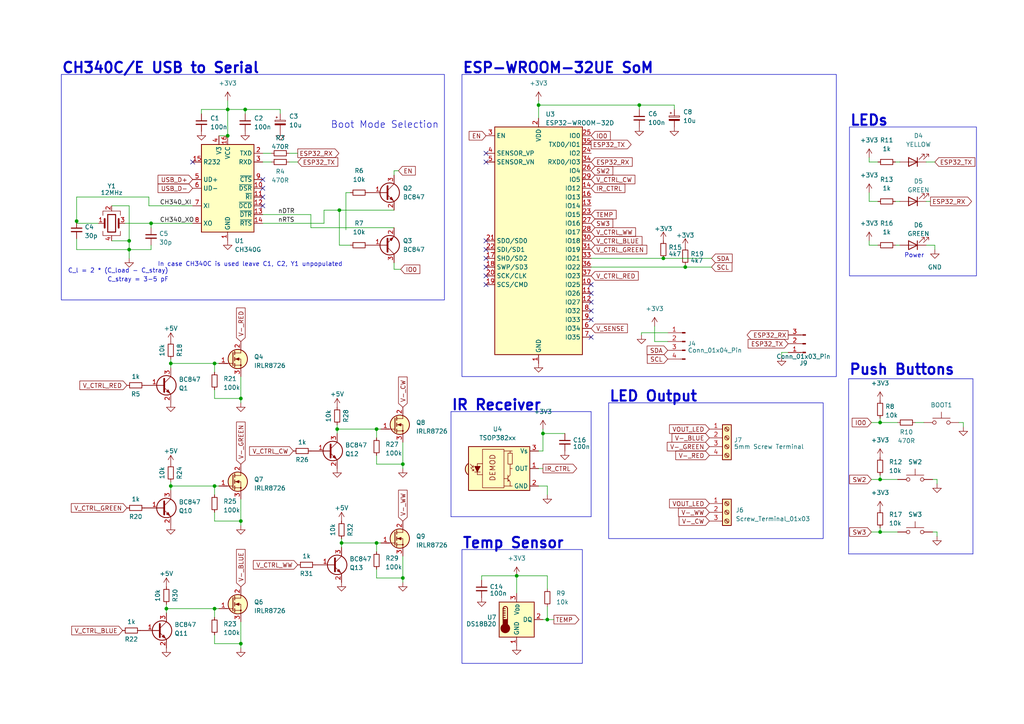
<source format=kicad_sch>
(kicad_sch (version 20230121) (generator eeschema)
  (paper "A4")
  (title_block (title "LuminX PWM") (date "2023-11-17") (rev "1.1") (company "Michael Gross") (comment 1 "General purpose PWM LED Driver Board"))
  (junction (at 37.465 72.39))
  (junction (at 69.85 115.57))
  (junction (at 22.225 64.135))
  (junction (at 62.23 105.41))
  (junction (at 158.75 179.705))
  (junction (at 37.465 69.85))
  (junction (at 62.23 176.53))
  (junction (at 255.27 154.305))
  (junction (at 198.755 77.47))
  (junction (at 71.12 31.75))
  (junction (at 97.79 124.46))
  (junction (at 98.425 60.96))
  (junction (at 116.84 134.62))
  (junction (at 149.86 167.005))
  (junction (at 49.53 140.97))
  (junction (at 109.22 157.48))
  (junction (at 192.405 74.93))
  (junction (at 69.85 151.13))
  (junction (at 255.27 139.065))
  (junction (at 157.48 125.73))
  (junction (at 109.22 124.46))
  (junction (at 116.84 167.64))
  (junction (at 48.26 176.53))
  (junction (at 99.06 157.48))
  (junction (at 43.815 64.77))
  (junction (at 62.23 140.97))
  (junction (at 255.27 122.555))
  (junction (at 66.04 39.37))
  (junction (at 66.04 31.75))
  (junction (at 49.53 105.41))
  (junction (at 156.21 30.48))
  (junction (at 69.85 186.69))
  (junction (at 185.42 30.48))
  (no_connect (at 76.2 59.69))
  (no_connect (at 76.2 52.07))
  (no_connect (at 171.45 82.55))
  (no_connect (at 55.88 46.99))
  (no_connect (at 171.45 92.71))
  (no_connect (at 140.97 69.85))
  (no_connect (at 140.97 72.39))
  (no_connect (at 140.97 82.55))
  (no_connect (at 76.2 57.15))
  (no_connect (at 171.45 90.17))
  (no_connect (at 140.97 46.99))
  (no_connect (at 140.97 80.01))
  (no_connect (at 171.45 87.63))
  (no_connect (at 140.97 44.45))
  (no_connect (at 171.45 85.09))
  (no_connect (at 76.2 54.61))
  (no_connect (at 140.97 77.47))
  (no_connect (at 171.45 97.79))
  (no_connect (at 140.97 74.93))
  (wire (pts (xy 252.095 46.99) (xy 252.095 45.72)))
  (wire (pts (xy 81.28 31.75) (xy 81.28 33.02)))
  (wire (pts (xy 268.605 58.42) (xy 269.875 58.42)))
  (wire (pts (xy 193.675 96.52) (xy 186.055 96.52)))
  (wire (pts (xy 255.27 139.065) (xy 260.35 139.065)))
  (wire (pts (xy 116.84 167.64) (xy 116.84 168.91)))
  (wire (pts (xy 58.42 31.75) (xy 66.04 31.75)))
  (wire (pts (xy 62.23 186.69) (xy 69.85 186.69)))
  (wire (pts (xy 156.21 29.21) (xy 156.21 30.48)))
  (wire (pts (xy 259.715 46.99) (xy 260.985 46.99)))
  (wire (pts (xy 195.58 30.48) (xy 185.42 30.48)))
  (wire (pts (xy 101.6 71.12) (xy 98.425 71.12)))
  (wire (pts (xy 115.57 49.53) (xy 114.3 49.53)))
  (wire (pts (xy 255.27 137.795) (xy 255.27 139.065)))
  (polyline (pts (xy 246.126 109.855) (xy 246.126 160.655)))
  (wire (pts (xy 157.48 135.89) (xy 156.21 135.89)))
  (wire (pts (xy 62.23 105.41) (xy 63.5 105.41)))
  (wire (pts (xy 83.82 44.45) (xy 86.36 44.45)))
  (wire (pts (xy 157.48 125.73) (xy 157.48 130.81)))
  (wire (pts (xy 139.7 168.275) (xy 139.7 167.005)))
  (wire (pts (xy 156.21 130.81) (xy 157.48 130.81)))
  (wire (pts (xy 37.465 72.39) (xy 37.465 74.93)))
  (wire (pts (xy 109.22 157.48) (xy 109.22 160.02)))
  (wire (pts (xy 69.85 186.69) (xy 69.85 180.34)))
  (wire (pts (xy 48.26 176.53) (xy 48.26 177.8)))
  (wire (pts (xy 109.22 157.48) (xy 110.49 157.48)))
  (wire (pts (xy 62.23 176.53) (xy 63.5 176.53)))
  (wire (pts (xy 98.425 71.12) (xy 98.425 60.96)))
  (wire (pts (xy 97.79 124.46) (xy 109.22 124.46)))
  (wire (pts (xy 139.7 167.005) (xy 149.86 167.005)))
  (wire (pts (xy 109.22 167.64) (xy 116.84 167.64)))
  (wire (pts (xy 98.425 60.96) (xy 114.3 60.96)))
  (wire (pts (xy 83.82 46.99) (xy 86.36 46.99)))
  (wire (pts (xy 43.815 72.39) (xy 43.815 71.12)))
  (wire (pts (xy 49.53 140.97) (xy 49.53 142.24)))
  (wire (pts (xy 43.18 59.69) (xy 55.88 59.69)))
  (wire (pts (xy 69.85 186.69) (xy 69.85 187.96)))
  (wire (pts (xy 100.33 55.88) (xy 100.33 66.675)))
  (wire (pts (xy 228.6 102.235) (xy 226.695 102.235)))
  (wire (pts (xy 43.815 64.77) (xy 43.815 66.04)))
  (wire (pts (xy 62.23 113.03) (xy 62.23 115.57)))
  (wire (pts (xy 158.75 179.705) (xy 157.48 179.705)))
  (wire (pts (xy 109.22 124.46) (xy 110.49 124.46)))
  (wire (pts (xy 171.45 74.93) (xy 192.405 74.93)))
  (wire (pts (xy 90.17 66.04) (xy 114.3 66.04)))
  (wire (pts (xy 268.605 71.12) (xy 271.145 71.12)))
  (wire (pts (xy 156.21 140.97) (xy 158.75 140.97)))
  (wire (pts (xy 76.2 64.77) (xy 93.98 64.77)))
  (wire (pts (xy 198.755 76.835) (xy 198.755 77.47)))
  (wire (pts (xy 22.225 64.77) (xy 22.225 64.135)))
  (wire (pts (xy 255.27 153.035) (xy 255.27 154.305)))
  (wire (pts (xy 226.695 102.235) (xy 226.695 103.505)))
  (wire (pts (xy 99.06 157.48) (xy 109.22 157.48)))
  (wire (pts (xy 32.385 69.85) (xy 37.465 69.85)))
  (wire (pts (xy 43.18 59.69) (xy 43.18 57.15)))
  (wire (pts (xy 116.205 78.105) (xy 114.3 78.105)))
  (wire (pts (xy 48.26 176.53) (xy 62.23 176.53)))
  (wire (pts (xy 97.79 124.46) (xy 97.79 125.73)))
  (wire (pts (xy 93.98 64.77) (xy 93.98 60.96)))
  (polyline (pts (xy 130.81 119.38) (xy 171.45 119.38)))
  (wire (pts (xy 252.73 154.305) (xy 255.27 154.305)))
  (wire (pts (xy 116.84 134.62) (xy 116.84 135.89)))
  (wire (pts (xy 265.43 122.555) (xy 267.97 122.555)))
  (polyline (pts (xy 171.45 119.38) (xy 171.45 149.86)))
  (wire (pts (xy 158.75 140.97) (xy 158.75 143.51)))
  (wire (pts (xy 109.22 134.62) (xy 116.84 134.62)))
  (wire (pts (xy 62.23 148.59) (xy 62.23 151.13)))
  (wire (pts (xy 69.85 115.57) (xy 69.85 109.22)))
  (wire (pts (xy 109.22 165.1) (xy 109.22 167.64)))
  (wire (pts (xy 99.06 157.48) (xy 99.06 158.75)))
  (wire (pts (xy 43.18 57.15) (xy 22.225 57.15)))
  (wire (pts (xy 158.75 170.815) (xy 158.75 167.005)))
  (wire (pts (xy 49.53 139.7) (xy 49.53 140.97)))
  (wire (pts (xy 114.3 49.53) (xy 114.3 50.8)))
  (wire (pts (xy 62.23 105.41) (xy 62.23 107.95)))
  (wire (pts (xy 32.385 59.69) (xy 37.465 59.69)))
  (wire (pts (xy 279.4 122.555) (xy 278.13 122.555)))
  (wire (pts (xy 116.84 167.64) (xy 116.84 161.29)))
  (wire (pts (xy 254.635 71.12) (xy 252.095 71.12)))
  (wire (pts (xy 69.85 115.57) (xy 69.85 116.84)))
  (wire (pts (xy 171.45 77.47) (xy 198.755 77.47)))
  (wire (pts (xy 37.465 69.85) (xy 37.465 72.39)))
  (wire (pts (xy 206.375 77.47) (xy 198.755 77.47)))
  (wire (pts (xy 189.865 99.06) (xy 189.865 94.615)))
  (wire (pts (xy 76.2 62.23) (xy 90.17 62.23)))
  (wire (pts (xy 185.42 31.75) (xy 185.42 30.48)))
  (wire (pts (xy 271.145 71.12) (xy 271.145 72.39)))
  (wire (pts (xy 49.53 104.14) (xy 49.53 105.41)))
  (wire (pts (xy 158.75 179.705) (xy 160.655 179.705)))
  (wire (pts (xy 101.6 55.88) (xy 100.33 55.88)))
  (polyline (pts (xy 282.194 160.655) (xy 282.194 109.855)))
  (wire (pts (xy 76.2 44.45) (xy 78.74 44.45)))
  (wire (pts (xy 195.58 31.75) (xy 195.58 30.48)))
  (polyline (pts (xy 130.81 149.86) (xy 130.81 119.38)))
  (wire (pts (xy 157.48 125.73) (xy 163.83 125.73)))
  (polyline (pts (xy 282.194 109.855) (xy 246.126 109.855)))
  (wire (pts (xy 76.2 46.99) (xy 78.74 46.99)))
  (wire (pts (xy 97.79 123.19) (xy 97.79 124.46)))
  (wire (pts (xy 271.78 139.065) (xy 271.78 140.335)))
  (wire (pts (xy 252.095 55.88) (xy 252.095 58.42)))
  (wire (pts (xy 255.27 121.285) (xy 255.27 122.555)))
  (wire (pts (xy 259.715 58.42) (xy 260.985 58.42)))
  (wire (pts (xy 62.23 151.13) (xy 69.85 151.13)))
  (wire (pts (xy 36.195 64.77) (xy 43.815 64.77)))
  (wire (pts (xy 255.27 122.555) (xy 260.35 122.555)))
  (wire (pts (xy 186.055 96.52) (xy 186.055 97.155)))
  (wire (pts (xy 255.27 154.305) (xy 260.35 154.305)))
  (wire (pts (xy 279.4 122.555) (xy 279.4 123.825)))
  (wire (pts (xy 69.85 151.13) (xy 69.85 144.78)))
  (wire (pts (xy 259.715 71.12) (xy 260.985 71.12)))
  (wire (pts (xy 193.675 99.06) (xy 189.865 99.06)))
  (wire (pts (xy 48.26 175.26) (xy 48.26 176.53)))
  (wire (pts (xy 22.225 72.39) (xy 22.225 69.215)))
  (wire (pts (xy 252.73 139.065) (xy 255.27 139.065)))
  (wire (pts (xy 206.375 74.93) (xy 192.405 74.93)))
  (wire (pts (xy 43.815 64.77) (xy 55.88 64.77)))
  (wire (pts (xy 62.23 140.97) (xy 62.23 143.51)))
  (wire (pts (xy 93.98 60.96) (xy 98.425 60.96)))
  (wire (pts (xy 37.465 72.39) (xy 43.815 72.39)))
  (wire (pts (xy 22.225 57.15) (xy 22.225 64.135)))
  (wire (pts (xy 252.095 71.12) (xy 252.095 69.85)))
  (wire (pts (xy 49.53 140.97) (xy 62.23 140.97)))
  (wire (pts (xy 99.06 156.21) (xy 99.06 157.48)))
  (wire (pts (xy 158.75 179.705) (xy 158.75 175.895)))
  (wire (pts (xy 270.51 154.305) (xy 271.78 154.305)))
  (wire (pts (xy 71.12 31.75) (xy 81.28 31.75)))
  (wire (pts (xy 252.73 122.555) (xy 255.27 122.555)))
  (wire (pts (xy 156.21 30.48) (xy 156.21 34.29)))
  (wire (pts (xy 268.605 46.99) (xy 271.145 46.99)))
  (wire (pts (xy 58.42 33.02) (xy 58.42 31.75)))
  (wire (pts (xy 71.12 31.75) (xy 71.12 33.02)))
  (wire (pts (xy 49.53 105.41) (xy 62.23 105.41)))
  (polyline (pts (xy 246.126 160.655) (xy 282.194 160.655)))
  (wire (pts (xy 157.48 125.73) (xy 157.48 124.46)))
  (wire (pts (xy 158.75 167.005) (xy 149.86 167.005)))
  (wire (pts (xy 37.465 59.69) (xy 37.465 69.85)))
  (wire (pts (xy 22.225 64.77) (xy 28.575 64.77)))
  (wire (pts (xy 116.84 134.62) (xy 116.84 128.27)))
  (wire (pts (xy 22.225 72.39) (xy 37.465 72.39)))
  (wire (pts (xy 149.86 167.005) (xy 149.86 172.085)))
  (wire (pts (xy 62.23 115.57) (xy 69.85 115.57)))
  (wire (pts (xy 66.04 29.21) (xy 66.04 31.75)))
  (wire (pts (xy 156.21 30.48) (xy 185.42 30.48)))
  (polyline (pts (xy 171.45 149.86) (xy 130.81 149.86)))
  (wire (pts (xy 49.53 105.41) (xy 49.53 106.68)))
  (wire (pts (xy 90.17 62.23) (xy 90.17 66.04)))
  (wire (pts (xy 62.23 176.53) (xy 62.23 179.07)))
  (wire (pts (xy 254.635 46.99) (xy 252.095 46.99)))
  (wire (pts (xy 109.22 124.46) (xy 109.22 127)))
  (wire (pts (xy 63.5 39.37) (xy 66.04 39.37)))
  (wire (pts (xy 62.23 184.15) (xy 62.23 186.69)))
  (wire (pts (xy 62.23 140.97) (xy 63.5 140.97)))
  (wire (pts (xy 69.85 151.13) (xy 69.85 152.4)))
  (wire (pts (xy 66.04 31.75) (xy 66.04 39.37)))
  (wire (pts (xy 271.78 154.305) (xy 271.78 155.575)))
  (wire (pts (xy 252.095 58.42) (xy 254.635 58.42)))
  (wire (pts (xy 271.78 139.065) (xy 270.51 139.065)))
  (wire (pts (xy 114.3 78.105) (xy 114.3 76.2)))
  (wire (pts (xy 109.22 132.08) (xy 109.22 134.62)))
  (wire (pts (xy 66.04 31.75) (xy 71.12 31.75)))
  (rectangle (start 176.53 116.84) (end 238.76 156.21))
  (rectangle (start 133.985 21.59) (end 242.57 109.22))
  (rectangle (start 133.985 159.385) (end 168.91 192.405))
  (rectangle (start 246.38 36.83) (end 283.21 80.01))
  (rectangle (start 17.78 21.59) (end 128.905 86.995))
  (text "C_l = 2 * (C_load - C_stray)" (at 19.685 79.375 0) (effects (font (size 1.27 1.27)) (justify left bottom)))
  (text "IR Receiver" (at 130.81 119.38 0) (effects (font (size 3 3) (thickness 0.6) bold) (justify left bottom)))
  (text "Push Buttons" (at 246.126 109.093 0) (effects (font (size 3 3) (thickness 0.6) bold) (justify left bottom)))
  (text "In case CH340C is used leave C1, C2, Y1 unpopulated" (at 45.72 77.47 0) (effects (font (size 1.27 1.27)) (justify left bottom)))
  (text "Power" (at 262.255 74.93 0) (effects (font (size 1.27 1.27)) (justify left bottom)))
  (text "Boot Mode Selection" (at 95.885 37.465 0) (effects (font (size 2 2)) (justify left bottom)))
  (text "Temp Sensor" (at 133.985 159.385 0) (effects (font (size 3 3) (thickness 0.6) bold) (justify left bottom)))
  (text "C_stray = 3-5 pF" (at 31.115 81.915 0) (effects (font (size 1.27 1.27)) (justify left bottom)))
  (text "CH340C/E USB to Serial" (at 17.78 21.59 0) (effects (font (size 3 3) (thickness 0.6) bold) (justify left bottom)))
  (text "LEDs" (at 246.38 36.83 0) (effects (font (size 3 3) (thickness 0.6) bold) (justify left bottom)))
  (text "ESP-WROOM-32UE SoM" (at 133.985 21.59 0) (effects (font (size 3 3) (thickness 0.6) bold) (justify left bottom)))
  (text "LED Output" (at 176.53 116.84 0) (effects (font (size 3 3) (thickness 0.6) bold) (justify left bottom)))
  (label "CH340_XO" (at 46.355 64.77 0))
  (label "nDTR" (at 80.645 62.23 0))
  (label "nRTS" (at 80.645 64.77 0))
  (label "CH340_XI" (at 46.355 59.69 0))
  (global_label "IO0" (shape input) (at 171.45 39.37 0) (property "Intersheetrefs" "${INTERSHEET_REFS}" (effects hide)))
  (global_label "SW3" (shape input) (at 171.45 64.77 0) (property "Intersheetrefs" "${INTERSHEET_REFS}" (effects hide)))
  (global_label "V-_WW" (shape input) (at 116.84 151.13 90) (property "Intersheetrefs" "${INTERSHEET_REFS}" (effects hide)))
  (global_label "USB_D+" (shape input) (at 55.88 52.07 180) (property "Intersheetrefs" "${INTERSHEET_REFS}" (effects hide)))
  (global_label "SW3" (shape input) (at 252.73 154.305 180) (property "Intersheetrefs" "${INTERSHEET_REFS}" (effects hide)))
  (global_label "SCL" (shape input) (at 193.675 104.14 180) (property "Intersheetrefs" "${INTERSHEET_REFS}" (effects hide)))
  (global_label "V-_GREEN" (shape input) (at 69.85 134.62 90) (property "Intersheetrefs" "${INTERSHEET_REFS}" (effects hide)))
  (global_label "V_SENSE" (shape input) (at 171.45 95.25 0) (property "Intersheetrefs" "${INTERSHEET_REFS}" (effects hide)))
  (global_label "VOUT_LED" (shape input) (at 205.74 146.05 180) (property "Intersheetrefs" "${INTERSHEET_REFS}" (effects hide)))
  (global_label "V_CTRL_CW" (shape input) (at 85.09 130.81 180) (property "Intersheetrefs" "${INTERSHEET_REFS}" (effects hide)))
  (global_label "V_CTRL_RED" (shape input) (at 36.83 111.76 180) (property "Intersheetrefs" "${INTERSHEET_REFS}" (effects hide)))
  (global_label "V_CTRL_GREEN" (shape input) (at 36.83 147.32 180) (property "Intersheetrefs" "${INTERSHEET_REFS}" (effects hide)))
  (global_label "V_CTRL_WW" (shape input) (at 171.45 67.31 0) (property "Intersheetrefs" "${INTERSHEET_REFS}" (effects hide)))
  (global_label "TEMP" (shape input) (at 171.45 62.23 0) (property "Intersheetrefs" "${INTERSHEET_REFS}" (effects hide)))
  (global_label "SCL" (shape input) (at 206.375 77.47 0) (property "Intersheetrefs" "${INTERSHEET_REFS}" (effects hide)))
  (global_label "ESP32_RX" (shape output) (at 228.6 97.155 180) (property "Intersheetrefs" "${INTERSHEET_REFS}" (effects hide)))
  (global_label "IR_CTRL" (shape output) (at 157.48 135.89 0) (property "Intersheetrefs" "${INTERSHEET_REFS}" (effects hide)))
  (global_label "SDA" (shape input) (at 206.375 74.93 0) (property "Intersheetrefs" "${INTERSHEET_REFS}" (effects hide)))
  (global_label "IO0" (shape input) (at 252.73 122.555 180) (property "Intersheetrefs" "${INTERSHEET_REFS}" (effects hide)))
  (global_label "ESP32_RX" (shape output) (at 269.875 58.42 0) (property "Intersheetrefs" "${INTERSHEET_REFS}" (effects hide)))
  (global_label "EN" (shape input) (at 140.97 39.37 180) (property "Intersheetrefs" "${INTERSHEET_REFS}" (effects hide)))
  (global_label "V-_WW" (shape input) (at 205.74 148.59 180) (property "Intersheetrefs" "${INTERSHEET_REFS}" (effects hide)))
  (global_label "V-_CW" (shape input) (at 205.74 151.13 180) (property "Intersheetrefs" "${INTERSHEET_REFS}" (effects hide)))
  (global_label "V_CTRL_BLUE" (shape input) (at 35.56 182.88 180) (property "Intersheetrefs" "${INTERSHEET_REFS}" (effects hide)))
  (global_label "V_CTRL_WW" (shape input) (at 86.36 163.83 180) (property "Intersheetrefs" "${INTERSHEET_REFS}" (effects hide)))
  (global_label "ESP32_RX" (shape output) (at 86.36 44.45 0) (property "Intersheetrefs" "${INTERSHEET_REFS}" (effects hide)))
  (global_label "SW2" (shape input) (at 252.73 139.065 180) (property "Intersheetrefs" "${INTERSHEET_REFS}" (effects hide)))
  (global_label "USB_D-" (shape input) (at 55.88 54.61 180) (property "Intersheetrefs" "${INTERSHEET_REFS}" (effects hide)))
  (global_label "TEMP" (shape output) (at 160.655 179.705 0) (property "Intersheetrefs" "${INTERSHEET_REFS}" (effects hide)))
  (global_label "ESP32_TX" (shape input) (at 86.36 46.99 0) (property "Intersheetrefs" "${INTERSHEET_REFS}" (effects hide)))
  (global_label "SW2" (shape input) (at 171.45 49.53 0) (property "Intersheetrefs" "${INTERSHEET_REFS}" (effects hide)))
  (global_label "ESP32_TX" (shape output) (at 171.45 41.91 0) (property "Intersheetrefs" "${INTERSHEET_REFS}" (effects hide)))
  (global_label "V-_BLUE" (shape input) (at 205.74 127 180) (property "Intersheetrefs" "${INTERSHEET_REFS}" (effects hide)))
  (global_label "V_CTRL_CW" (shape input) (at 171.45 52.07 0) (property "Intersheetrefs" "${INTERSHEET_REFS}" (effects hide)))
  (global_label "SDA" (shape input) (at 193.675 101.6 180) (property "Intersheetrefs" "${INTERSHEET_REFS}" (effects hide)))
  (global_label "V-_GREEN" (shape input) (at 205.74 129.54 180) (property "Intersheetrefs" "${INTERSHEET_REFS}" (effects hide)))
  (global_label "VOUT_LED" (shape input) (at 205.74 124.46 180) (property "Intersheetrefs" "${INTERSHEET_REFS}" (effects hide)))
  (global_label "ESP32_RX" (shape input) (at 171.45 46.99 0) (property "Intersheetrefs" "${INTERSHEET_REFS}" (effects hide)))
  (global_label "V_CTRL_RED" (shape input) (at 171.45 80.01 0) (property "Intersheetrefs" "${INTERSHEET_REFS}" (effects hide)))
  (global_label "V-_RED" (shape input) (at 69.85 99.06 90) (property "Intersheetrefs" "${INTERSHEET_REFS}" (effects hide)))
  (global_label "V-_BLUE" (shape input) (at 69.85 170.18 90) (property "Intersheetrefs" "${INTERSHEET_REFS}" (effects hide)))
  (global_label "ESP32_TX" (shape input) (at 228.6 99.695 180) (property "Intersheetrefs" "${INTERSHEET_REFS}" (effects hide)))
  (global_label "V_CTRL_BLUE" (shape input) (at 171.45 69.85 0) (property "Intersheetrefs" "${INTERSHEET_REFS}" (effects hide)))
  (global_label "V-_CW" (shape input) (at 116.84 118.11 90) (property "Intersheetrefs" "${INTERSHEET_REFS}" (effects hide)))
  (global_label "V_CTRL_GREEN" (shape input) (at 171.45 72.39 0) (property "Intersheetrefs" "${INTERSHEET_REFS}" (effects hide)))
  (global_label "IR_CTRL" (shape input) (at 171.45 54.61 0) (property "Intersheetrefs" "${INTERSHEET_REFS}" (effects hide)))
  (global_label "IO0" (shape input) (at 116.205 78.105 0) (property "Intersheetrefs" "${INTERSHEET_REFS}" (effects hide)))
  (global_label "EN" (shape input) (at 115.57 49.53 0) (property "Intersheetrefs" "${INTERSHEET_REFS}" (effects hide)))
  (global_label "V-_RED" (shape input) (at 205.74 132.08 180) (property "Intersheetrefs" "${INTERSHEET_REFS}" (effects hide)))
  (global_label "ESP32_TX" (shape input) (at 271.145 46.99 0) (property "Intersheetrefs" "${INTERSHEET_REFS}" (effects hide)))
  (symbol (lib_id "power:+3V3") (at 66.04 29.21 0) (unit 1)
    (property "Reference" "#PWR02" (effects hide))
    (property "Value" "+3V3" (at 66.04 24.13 0))
  )
  (symbol (lib_id "Device:R_Small") (at 49.53 101.6 180) (unit 1)
    (property "Reference" "R18" (at 52.07 101.6 90))
    (property "Value" "10k" (at 46.99 101.6 90))
    (property "Footprint" "Resistor_SMD:R_0603_1608Metric" (effects hide))
    (instances (project "LuminX PWM" (path "" (reference "R18") (unit 1)) (path "" (reference "R5") (unit 1))))
  )
  (symbol (lib_id "power:GND") (at 48.26 187.96 0) (unit 1)
    (property "Reference" "#PWR032" (effects hide))
    (property "Value" "GND" (effects hide))
  )
  (symbol (lib_id "power:+3V3") (at 255.27 116.205 0) (unit 1)
    (property "Reference" "#PWR015" (effects hide))
    (property "Value" "+3V3" (at 255.27 111.125 0))
  )
  (symbol (lib_id "Switch:SW_Push") (at 265.43 154.305 0) (unit 1)
    (property "Reference" "SW3" (at 265.43 149.225 0))
    (property "Value" "SW_Push" (effects hide))
    (property "Footprint" "Button_Switch_SMD:SW_SPST_PTS645" (effects hide))
  )
  (symbol (lib_id "Device:R_Small") (at 81.28 44.45 90) (unit 1)
    (property "Reference" "R3" (at 81.28 40.0136 90))
    (property "Value" "470R" (at 81.28 42.5505 90))
    (property "Footprint" "Resistor_SMD:R_0603_1608Metric" (effects hide))
  )
  (symbol (lib_id "power:+3V3") (at 189.865 94.615 0) (unit 1)
    (property "Reference" "#PWR038" (effects hide))
    (property "Value" "+3V3" (at 189.865 89.535 0))
  )
  (symbol (lib_id "power:+3V3") (at 156.21 29.21 0) (unit 1)
    (property "Reference" "#PWR03" (effects hide))
    (property "Value" "+3V3" (at 156.21 24.13 0))
  )
  (symbol (lib_id "power:+3V3") (at 192.405 69.85 0) (unit 1)
    (property "Reference" "#PWR051" (effects hide))
    (property "Value" "+3V3" (at 192.405 66.3481 0))
  )
  (symbol (lib_id "Device:R_Small") (at 257.175 58.42 90) (unit 1)
    (property "Reference" "R13" (at 257.175 52.07 90))
    (property "Value" "1k" (at 257.175 54.61 90))
    (property "Footprint" "Resistor_SMD:R_0603_1608Metric" (effects hide))
  )
  (symbol (lib_id "PCM_4ms_Power-symbol:+5V") (at 99.06 151.13 0) (unit 1)
    (property "Reference" "#PWR036" (effects hide))
    (property "Value" "+5V" (at 99.06 147.32 0))
  )
  (symbol (lib_id "power:+3V3") (at 157.48 124.46 0) (unit 1)
    (property "Reference" "#PWR039" (effects hide))
    (property "Value" "+3V3" (at 157.48 119.38 0))
  )
  (symbol (lib_id "Device:R_Small") (at 104.14 55.88 90) (unit 1)
    (property "Reference" "R6" (at 104.14 49.53 90))
    (property "Value" "10k" (at 104.14 52.07 90))
    (property "Footprint" "Resistor_SMD:R_0603_1608Metric" (effects hide))
  )
  (symbol (lib_id "Device:R_Small") (at 99.06 153.67 180) (unit 1)
    (property "Reference" "R32" (at 101.6 153.67 90))
    (property "Value" "10k" (at 96.52 153.67 90))
    (property "Footprint" "Resistor_SMD:R_0603_1608Metric" (effects hide))
    (instances (project "LuminX PWM" (path "" (reference "R32") (unit 1)) (path "" (reference "R5") (unit 1))))
  )
  (symbol (lib_id "Connector:Screw_Terminal_01x04") (at 210.82 127 0) (unit 1)
    (property "Reference" "J7" (at 212.852 127.6263 0) (effects (justify left)))
    (property "Value" "5mm Screw Terminal" (at 212.852 129.5473 0) (effects (justify left)))
    (property "Footprint" "TerminalBlock_Phoenix:TerminalBlock_Phoenix_MKDS-1,5-4_1x04_P5.00mm_Horizontal" (effects hide))
  )
  (symbol (lib_id "Device:R_Small") (at 192.405 72.39 0) (unit 1)
    (property "Reference" "R15" (at 193.9036 71.7463 0) (effects (justify left)))
    (property "Value" "4k7" (at 193.9036 73.6673 0) (effects (justify left)))
    (property "Footprint" "Resistor_SMD:R_0603_1608Metric" (effects hide))
  )
  (symbol (lib_id "power:+3V3") (at 252.095 55.88 0) (unit 1)
    (property "Reference" "#PWR021" (effects hide))
    (property "Value" "+3V3" (at 252.095 50.8 0))
  )
  (symbol (lib_id "Device:R_Small") (at 255.27 150.495 0) (unit 1)
    (property "Reference" "R17" (at 257.81 149.2249 0) (effects (justify left)))
    (property "Value" "10k" (at 257.81 151.7649 0) (effects (justify left)))
    (property "Footprint" "Resistor_SMD:R_0603_1608Metric" (effects hide))
  )
  (symbol (lib_id "Device:C_Small") (at 58.42 35.56 0) (unit 1)
    (property "Reference" "C1" (at 60.96 34.2962 0) (effects (justify left)))
    (property "Value" "100n" (at 60.96 36.8362 0) (effects (justify left)))
    (property "Footprint" "Capacitor_SMD:C_0603_1608Metric" (effects hide))
  )
  (symbol (lib_id "power:GND") (at 58.42 38.1 0) (unit 1)
    (property "Reference" "#PWR06" (effects hide))
    (property "Value" "GND" (effects hide))
  )
  (symbol (lib_id "Transistor_BJT:BC847") (at 45.72 182.88 0) (unit 1)
    (property "Reference" "Q11" (at 50.5714 183.7147 0) (effects (justify left)))
    (property "Value" "BC847" (at 50.5714 181.1778 0) (effects (justify left)))
    (property "Footprint" "Package_TO_SOT_SMD:SOT-23" (effects hide))
    (property "Datasheet" "http://www.infineon.com/dgdl/Infineon-BC847SERIES_BC848SERIES_BC849SERIES_BC850SERIES-DS-v01_01-en.pdf?fileId=db3a304314dca389011541d4630a1657" (effects hide))
    (instances (project "LuminX PWM" (path "" (reference "Q11") (unit 1)) (path "" (reference "Q1") (unit 1))))
  )
  (symbol (lib_id "Device:R_Small") (at 49.53 137.16 180) (unit 1)
    (property "Reference" "R24" (at 52.07 137.16 90))
    (property "Value" "10k" (at 46.99 137.16 90))
    (property "Footprint" "Resistor_SMD:R_0603_1608Metric" (effects hide))
    (instances (project "LuminX PWM" (path "" (reference "R24") (unit 1)) (path "" (reference "R5") (unit 1))))
  )
  (symbol (lib_id "power:GND") (at 66.04 69.85 0) (unit 1)
    (property "Reference" "#PWR014" (effects hide))
    (property "Value" "GND" (effects hide))
  )
  (symbol (lib_id "Device:R_Small") (at 62.23 146.05 180) (unit 1)
    (property "Reference" "R25" (at 64.77 145.415 0) (effects (justify right)))
    (property "Value" "100k" (at 64.77 147.955 0) (effects (justify right)))
    (property "Footprint" "Resistor_SMD:R_0603_1608Metric" (effects hide))
  )
  (symbol (lib_id "Device:LED") (at 264.795 58.42 180) (unit 1)
    (property "Reference" "D5" (at 266.3825 52.5612 0))
    (property "Value" "GREEN" (at 266.3825 55.0981 0))
    (property "Footprint" "LED_SMD:LED_1206_3216Metric_ReverseMount_Hole1.8x2.4mm" (effects hide))
  )
  (symbol (lib_id "power:GND") (at 97.79 135.89 0) (unit 1)
    (property "Reference" "#PWR035" (effects hide))
    (property "Value" "GND" (effects hide))
  )
  (symbol (lib_id "Device:R_Small") (at 109.22 162.56 180) (unit 1)
    (property "Reference" "R29" (at 111.76 161.925 0) (effects (justify right)))
    (property "Value" "100k" (at 111.76 164.465 0) (effects (justify right)))
    (property "Footprint" "Resistor_SMD:R_0603_1608Metric" (effects hide))
  )
  (symbol (lib_id "Transistor_BJT:BC847") (at 111.76 71.12 0) (mirror x) (unit 1)
    (property "Reference" "Q3" (at 116.84 69.8499 0) (effects (justify left)))
    (property "Value" "BC847" (at 116.84 72.3899 0) (effects (justify left)))
    (property "Footprint" "Package_TO_SOT_SMD:SOT-23" (effects hide))
    (property "Datasheet" "http://www.infineon.com/dgdl/Infineon-BC847SERIES_BC848SERIES_BC849SERIES_BC850SERIES-DS-v01_01-en.pdf?fileId=db3a304314dca389011541d4630a1657" (effects hide))
  )
  (symbol (lib_id "power:GND") (at 185.42 36.83 0) (unit 1)
    (property "Reference" "#PWR09" (effects hide))
    (property "Value" "GND" (effects hide))
  )
  (symbol (lib_id "Device:C_Small") (at 139.7 170.815 0) (unit 1)
    (property "Reference" "C14" (at 142.0241 170.1776 0) (effects (justify left)))
    (property "Value" "100n" (at 142.0241 172.0986 0) (effects (justify left)))
    (property "Footprint" "Capacitor_SMD:C_0603_1608Metric" (effects hide))
  )
  (symbol (lib_id "power:GND") (at 195.58 36.83 0) (unit 1)
    (property "Reference" "#PWR010" (effects hide))
    (property "Value" "GND" (effects hide))
  )
  (symbol (lib_id "power:GND") (at 271.145 72.39 0) (unit 1)
    (property "Reference" "#PWR028" (effects hide))
    (property "Value" "GND" (at 271.145 77.47 0))
  )
  (symbol (lib_id "power:GND") (at 49.53 152.4 0) (unit 1)
    (property "Reference" "#PWR029" (effects hide))
    (property "Value" "GND" (effects hide))
  )
  (symbol (lib_id "Transistor_BJT:BC847") (at 46.99 147.32 0) (unit 1)
    (property "Reference" "Q10" (at 51.8414 148.1547 0) (effects (justify left)))
    (property "Value" "BC847" (at 51.8414 145.6178 0) (effects (justify left)))
    (property "Footprint" "Package_TO_SOT_SMD:SOT-23" (effects hide))
    (property "Datasheet" "http://www.infineon.com/dgdl/Infineon-BC847SERIES_BC848SERIES_BC849SERIES_BC850SERIES-DS-v01_01-en.pdf?fileId=db3a304314dca389011541d4630a1657" (effects hide))
    (instances (project "LuminX PWM" (path "" (reference "Q10") (unit 1)) (path "" (reference "Q1") (unit 1))))
  )
  (symbol (lib_id "Device:R_Small") (at 81.28 46.99 90) (unit 1)
    (property "Reference" "R4" (at 81.28 49.757 90))
    (property "Value" "470R" (at 81.28 52.2939 90))
    (property "Footprint" "Resistor_SMD:R_0603_1608Metric" (effects hide))
  )
  (symbol (lib_id "PCM_4ms_Power-symbol:+5V") (at 48.26 170.18 0) (unit 1)
    (property "Reference" "#PWR031" (effects hide))
    (property "Value" "+5V" (at 48.26 166.37 0))
  )
  (symbol (lib_id "PCM_Transistor_MOSFET_AKL:IRF540N") (at 67.31 175.26 0) (unit 1)
    (property "Reference" "Q6" (at 73.66 174.625 0) (effects (justify left)))
    (property "Value" "IRLR8726" (at 73.66 177.165 0) (effects (justify left)))
    (property "Footprint" "Package_TO_SOT_SMD:TO-252-2" (effects hide))
    (property "Datasheet" "https://www.tme.eu/Document/0396bd257f8160d01272f72304b23931/irf540n.pdf" (effects hide))
  )
  (symbol (lib_id "power:GND") (at 149.86 187.325 0) (unit 1)
    (property "Reference" "#PWR018" (effects hide))
    (property "Value" "GND" (effects hide))
  )
  (symbol (lib_id "power:GND") (at 116.84 168.91 0) (unit 1)
    (property "Reference" "#PWR062" (effects hide))
    (property "Value" "GND" (effects hide))
  )
  (symbol (lib_id "Device:R_Small") (at 62.23 110.49 180) (unit 1)
    (property "Reference" "R21" (at 64.77 109.855 0) (effects (justify right)))
    (property "Value" "100k" (at 64.77 112.395 0) (effects (justify right)))
    (property "Footprint" "Resistor_SMD:R_0603_1608Metric" (effects hide))
  )
  (symbol (lib_id "Device:R_Small") (at 198.755 74.295 0) (unit 1)
    (property "Reference" "R19" (at 200.2536 73.6513 0) (effects (justify left)))
    (property "Value" "4k7" (at 200.2536 75.5723 0) (effects (justify left)))
    (property "Footprint" "Resistor_SMD:R_0603_1608Metric" (effects hide))
  )
  (symbol (lib_id "Device:R_Small") (at 88.9 163.83 90) (unit 1)
    (property "Reference" "R31" (at 88.9 166.37 90))
    (property "Value" "1k" (at 88.9 161.29 90))
    (property "Footprint" "Resistor_SMD:R_0603_1608Metric" (effects hide))
    (instances (project "LuminX PWM" (path "" (reference "R31") (unit 1)) (path "" (reference "R5") (unit 1))))
  )
  (symbol (lib_id "power:GND") (at 271.78 140.335 0) (unit 1)
    (property "Reference" "#PWR023" (effects hide))
    (property "Value" "GND" (effects hide))
  )
  (symbol (lib_id "RF_Module:ESP32-WROOM-32D") (at 156.21 69.85 0) (unit 1)
    (property "Reference" "U3" (at 158.2294 33.1302 0) (effects (justify left)))
    (property "Value" "ESP32-WROOM-32D" (at 158.2294 35.6671 0) (effects (justify left)))
    (property "Footprint" "RF_Module:ESP32-WROOM-32D" (effects hide))
    (property "Datasheet" "https://www.espressif.com/sites/default/files/documentation/esp32-wroom-32d_esp32-wroom-32u_datasheet_en.pdf" (effects hide))
  )
  (symbol (lib_id "power:+3V3") (at 149.86 167.005 0) (unit 1)
    (property "Reference" "#PWR019" (effects hide))
    (property "Value" "+3V3" (at 149.86 161.925 0))
  )
  (symbol (lib_id "power:GND") (at 226.695 103.505 0) (unit 1)
    (property "Reference" "#PWR016" (effects hide))
    (property "Value" "GND" (effects hide))
  )
  (symbol (lib_id "Device:R_Small") (at 262.89 122.555 90) (unit 1)
    (property "Reference" "R10" (at 262.89 125.322 90))
    (property "Value" "470R" (at 262.89 127.8589 90))
    (property "Footprint" "Resistor_SMD:R_0603_1608Metric" (effects hide))
  )
  (symbol (lib_id "Connector:Screw_Terminal_01x03") (at 210.82 148.59 0) (unit 1)
    (property "Reference" "J6" (at 213.36 147.955 0) (effects (justify left)))
    (property "Value" "Screw_Terminal_01x03" (at 213.36 150.495 0) (effects (justify left)))
    (property "Footprint" "TerminalBlock_Phoenix:TerminalBlock_Phoenix_MKDS-1,5-3_1x03_P5.00mm_Horizontal" (effects hide))
  )
  (symbol (lib_id "power:GND") (at 156.21 105.41 0) (unit 1)
    (property "Reference" "#PWR024" (effects hide))
    (property "Value" "GND" (effects hide))
  )
  (symbol (lib_id "power:GND") (at 69.85 116.84 0) (unit 1)
    (property "Reference" "#PWR058" (effects hide))
    (property "Value" "GND" (effects hide))
  )
  (symbol (lib_id "Transistor_BJT:BC847") (at 95.25 130.81 0) (unit 1)
    (property "Reference" "Q12" (at 100.1014 131.6447 0) (effects (justify left)))
    (property "Value" "BC847" (at 100.1014 129.1078 0) (effects (justify left)))
    (property "Footprint" "Package_TO_SOT_SMD:SOT-23" (effects hide))
    (property "Datasheet" "http://www.infineon.com/dgdl/Infineon-BC847SERIES_BC848SERIES_BC849SERIES_BC850SERIES-DS-v01_01-en.pdf?fileId=db3a304314dca389011541d4630a1657" (effects hide))
    (instances (project "LuminX PWM" (path "" (reference "Q12") (unit 1)) (path "" (reference "Q1") (unit 1))))
  )
  (symbol (lib_id "PCM_4ms_Power-symbol:+5V") (at 49.53 99.06 0) (unit 1)
    (property "Reference" "#PWR012" (effects hide))
    (property "Value" "+5V" (at 49.53 95.25 0))
  )
  (symbol (lib_id "power:GND") (at 69.85 187.96 0) (unit 1)
    (property "Reference" "#PWR059" (effects hide))
    (property "Value" "GND" (effects hide))
  )
  (symbol (lib_id "power:GND") (at 49.53 116.84 0) (unit 1)
    (property "Reference" "#PWR04" (effects hide))
    (property "Value" "GND" (effects hide))
  )
  (symbol (lib_id "Transistor_BJT:BC847") (at 46.99 111.76 0) (unit 1)
    (property "Reference" "Q1" (at 51.8414 112.5947 0) (effects (justify left)))
    (property "Value" "BC847" (at 51.8414 110.0578 0) (effects (justify left)))
    (property "Footprint" "Package_TO_SOT_SMD:SOT-23" (effects hide))
    (property "Datasheet" "http://www.infineon.com/dgdl/Infineon-BC847SERIES_BC848SERIES_BC849SERIES_BC850SERIES-DS-v01_01-en.pdf?fileId=db3a304314dca389011541d4630a1657" (effects hide))
  )
  (symbol (lib_id "PCM_Transistor_MOSFET_AKL:IRF540N") (at 114.3 156.21 0) (unit 1)
    (property "Reference" "Q9" (at 120.65 155.575 0) (effects (justify left)))
    (property "Value" "IRLR8726" (at 120.65 158.115 0) (effects (justify left)))
    (property "Footprint" "Package_TO_SOT_SMD:TO-252-2" (effects hide))
    (property "Datasheet" "https://www.tme.eu/Document/0396bd257f8160d01272f72304b23931/irf540n.pdf" (effects hide))
  )
  (symbol (lib_id "Device:C_Small") (at 71.12 35.56 0) (unit 1)
    (property "Reference" "C2" (at 73.66 34.2962 0) (effects (justify left)))
    (property "Value" "100n" (at 73.66 36.8362 0) (effects (justify left)))
    (property "Footprint" "Capacitor_SMD:C_0603_1608Metric" (effects hide))
  )
  (symbol (lib_id "power:GND") (at 99.06 168.91 0) (unit 1)
    (property "Reference" "#PWR044" (effects hide))
    (property "Value" "GND" (effects hide))
  )
  (symbol (lib_id "power:GND") (at 81.28 38.1 0) (unit 1)
    (property "Reference" "#PWR08" (effects hide))
    (property "Value" "GND" (effects hide))
  )
  (symbol (lib_id "Device:C_Small") (at 22.225 66.675 0) (unit 1)
    (property "Reference" "C4" (at 24.5491 65.8466 0) (effects (justify left)))
    (property "Value" "30p" (at 24.5491 68.3835 0) (effects (justify left)))
    (property "Footprint" "Capacitor_SMD:C_0603_1608Metric" (effects hide))
  )
  (symbol (lib_id "PCM_Transistor_MOSFET_AKL:IRF540N") (at 67.31 104.14 0) (unit 1)
    (property "Reference" "Q4" (at 73.66 103.505 0) (effects (justify left)))
    (property "Value" "IRLR8726" (at 73.66 106.045 0) (effects (justify left)))
    (property "Footprint" "Package_TO_SOT_SMD:TO-252-2" (effects hide))
    (property "Datasheet" "https://www.tme.eu/Document/0396bd257f8160d01272f72304b23931/irf540n.pdf" (effects hide))
  )
  (symbol (lib_id "Device:R_Small") (at 255.27 118.745 0) (unit 1)
    (property "Reference" "R8" (at 256.7686 117.9103 0) (effects (justify left)))
    (property "Value" "10k" (at 256.7686 120.4472 0) (effects (justify left)))
    (property "Footprint" "Resistor_SMD:R_0603_1608Metric" (effects hide))
  )
  (symbol (lib_id "power:GND") (at 139.7 173.355 0) (unit 1)
    (property "Reference" "#PWR022" (effects hide))
    (property "Value" "GND" (effects hide))
  )
  (symbol (lib_id "power:GND") (at 71.12 38.1 0) (unit 1)
    (property "Reference" "#PWR07" (effects hide))
    (property "Value" "GND" (effects hide))
  )
  (symbol (lib_id "Device:C_Small") (at 185.42 34.29 0) (unit 1)
    (property "Reference" "C6" (at 187.96 33.0262 0) (effects (justify left)))
    (property "Value" "100n" (at 187.96 35.5662 0) (effects (justify left)))
    (property "Footprint" "Capacitor_SMD:C_0603_1608Metric" (effects hide))
  )
  (symbol (lib_id "PCM_Transistor_MOSFET_AKL:IRF540N") (at 114.3 123.19 0) (unit 1)
    (property "Reference" "Q8" (at 120.65 122.555 0) (effects (justify left)))
    (property "Value" "IRLR8726" (at 120.65 125.095 0) (effects (justify left)))
    (property "Footprint" "Package_TO_SOT_SMD:TO-252-2" (effects hide))
    (property "Datasheet" "https://www.tme.eu/Document/0396bd257f8160d01272f72304b23931/irf540n.pdf" (effects hide))
  )
  (symbol (lib_id "power:GND") (at 158.75 143.51 0) (unit 1)
    (property "Reference" "#PWR040" (effects hide))
    (property "Value" "GND" (effects hide))
  )
  (symbol (lib_id "Device:R_Small") (at 38.1 182.88 90) (unit 1)
    (property "Reference" "R22" (at 38.1 185.42 90))
    (property "Value" "1k" (at 38.1 180.34 90))
    (property "Footprint" "Resistor_SMD:R_0603_1608Metric" (effects hide))
    (instances (project "LuminX PWM" (path "" (reference "R22") (unit 1)) (path "" (reference "R5") (unit 1))))
  )
  (symbol (lib_id "power:+3V3") (at 252.095 69.85 0) (unit 1)
    (property "Reference" "#PWR026" (effects hide))
    (property "Value" "+3V3" (at 252.095 64.77 0))
  )
  (symbol (lib_id "Sensor_Temperature:DS18B20") (at 149.86 179.705 0) (unit 1)
    (property "Reference" "U7" (at 144.0181 179.0613 0) (effects (justify right)))
    (property "Value" "DS18B20" (at 144.0181 180.9823 0) (effects (justify right)))
    (property "Footprint" "Package_TO_SOT_THT:TO-92_Inline" (effects hide))
    (property "Datasheet" "http://datasheets.maximintegrated.com/en/ds/DS18B20.pdf" (effects hide))
  )
  (symbol (lib_id "Device:R_Small") (at 104.14 71.12 90) (unit 1)
    (property "Reference" "R7" (at 104.14 64.77 90))
    (property "Value" "10k" (at 104.14 67.31 90))
    (property "Footprint" "Resistor_SMD:R_0603_1608Metric" (effects hide))
  )
  (symbol (lib_id "Device:R_Small") (at 257.175 46.99 90) (unit 1)
    (property "Reference" "R11" (at 257.175 40.64 90))
    (property "Value" "1k" (at 257.175 43.18 90))
    (property "Footprint" "Resistor_SMD:R_0603_1608Metric" (effects hide))
  )
  (symbol (lib_id "power:+3V3") (at 255.27 147.955 0) (unit 1)
    (property "Reference" "#PWR025" (effects hide))
    (property "Value" "+3V3" (at 255.27 142.875 0))
  )
  (symbol (lib_id "Connector:Conn_01x03_Pin") (at 233.68 99.695 180) (unit 1)
    (property "Reference" "J9" (at 233.045 105.3211 0))
    (property "Value" "Conn_01x03_Pin" (at 233.045 103.4001 0))
    (property "Footprint" "Connector_PinHeader_2.54mm:PinHeader_1x03_P2.54mm_Vertical" (effects hide))
  )
  (symbol (lib_id "Switch:SW_Push") (at 273.05 122.555 0) (unit 1)
    (property "Reference" "BOOT1" (at 273.05 117.475 0))
    (property "Value" "SW_Push" (effects hide))
    (property "Footprint" "Button_Switch_SMD:SW_SPST_PTS645" (effects hide))
  )
  (symbol (lib_id "Device:C_Small") (at 43.815 68.58 0) (unit 1)
    (property "Reference" "C5" (at 46.1391 67.7516 0) (effects (justify left)))
    (property "Value" "30p" (at 46.1391 70.2885 0) (effects (justify left)))
    (property "Footprint" "Capacitor_SMD:C_0603_1608Metric" (effects hide))
  )
  (symbol (lib_id "power:GND") (at 69.85 152.4 0) (unit 1)
    (property "Reference" "#PWR060" (effects hide))
    (property "Value" "GND" (effects hide))
  )
  (symbol (lib_id "Switch:SW_Push") (at 265.43 139.065 0) (unit 1)
    (property "Reference" "SW2" (at 265.43 133.985 0))
    (property "Value" "SW_Push" (effects hide))
    (property "Footprint" "Button_Switch_SMD:SW_SPST_PTS645" (effects hide))
  )
  (symbol (lib_id "power:+3V3") (at 255.27 132.715 0) (unit 1)
    (property "Reference" "#PWR013" (effects hide))
    (property "Value" "+3V3" (at 255.27 127.635 0))
  )
  (symbol (lib_id "Device:LED") (at 264.795 71.12 180) (unit 1)
    (property "Reference" "D6" (at 266.3825 65.2612 0))
    (property "Value" "GREEN" (at 266.3825 67.7981 0))
    (property "Footprint" "LED_SMD:LED_1206_3216Metric_ReverseMount_Hole1.8x2.4mm" (effects hide))
  )
  (symbol (lib_id "Device:R_Small") (at 62.23 181.61 180) (unit 1)
    (property "Reference" "R23" (at 64.77 180.975 0) (effects (justify right)))
    (property "Value" "100k" (at 64.77 183.515 0) (effects (justify right)))
    (property "Footprint" "Resistor_SMD:R_0603_1608Metric" (effects hide))
  )
  (symbol (lib_id "power:GND") (at 116.84 135.89 0) (unit 1)
    (property "Reference" "#PWR061" (effects hide))
    (property "Value" "GND" (effects hide))
  )
  (symbol (lib_id "Device:R_Small") (at 255.27 135.255 0) (unit 1)
    (property "Reference" "R12" (at 257.81 133.9849 0) (effects (justify left)))
    (property "Value" "10k" (at 257.81 136.5249 0) (effects (justify left)))
    (property "Footprint" "Resistor_SMD:R_0603_1608Metric" (effects hide))
  )
  (symbol (lib_id "power:+3V3") (at 198.755 71.755 0) (unit 1)
    (property "Reference" "#PWR052" (effects hide))
    (property "Value" "+3V3" (at 198.755 68.2531 0))
  )
  (symbol (lib_id "Device:C_Small") (at 163.83 128.27 0) (unit 1)
    (property "Reference" "C16" (at 166.1541 127.6326 0) (effects (justify left)))
    (property "Value" "100n" (at 166.1541 129.5536 0) (effects (justify left)))
    (property "Footprint" "Capacitor_SMD:C_0603_1608Metric" (effects hide))
  )
  (symbol (lib_id "PCM_4ms_Power-symbol:+5V") (at 97.79 118.11 0) (unit 1)
    (property "Reference" "#PWR033" (effects hide))
    (property "Value" "+5V" (at 97.79 114.3 0))
  )
  (symbol (lib_id "Device:LED") (at 264.795 46.99 180) (unit 1)
    (property "Reference" "D4" (at 266.3825 39.37 0))
    (property "Value" "YELLOW" (at 266.3825 41.91 0))
    (property "Footprint" "LED_SMD:LED_1206_3216Metric_ReverseMount_Hole1.8x2.4mm" (effects hide))
  )
  (symbol (lib_id "Device:C_Polarized_Small") (at 195.58 34.29 0) (unit 1)
    (property "Reference" "C8" (at 198.12 32.4738 0) (effects (justify left)))
    (property "Value" "10u" (at 198.12 35.0138 0) (effects (justify left)))
    (property "Footprint" "Diode_SMD:D_0805_2012Metric" (effects hide))
  )
  (symbol (lib_id "Device:R_Small") (at 97.79 120.65 180) (unit 1)
    (property "Reference" "R28" (at 100.33 120.65 90))
    (property "Value" "10k" (at 95.25 120.65 90))
    (property "Footprint" "Resistor_SMD:R_0603_1608Metric" (effects hide))
    (instances (project "LuminX PWM" (path "" (reference "R28") (unit 1)) (path "" (reference "R5") (unit 1))))
  )
  (symbol (lib_id "Device:Crystal_GND24") (at 32.385 64.77 0) (unit 1)
    (property "Reference" "Y1" (at 32.385 53.975 0))
    (property "Value" "12MHz" (at 32.385 55.896 0))
    (property "Footprint" "Crystal:Crystal_SMD_3225-4Pin_3.2x2.5mm" (effects hide))
    (property "Part No." "Q33310F70060700" (effects hide))
  )
  (symbol (lib_id "Transistor_BJT:BC847") (at 96.52 163.83 0) (unit 1)
    (property "Reference" "Q13" (at 101.3714 164.6647 0) (effects (justify left)))
    (property "Value" "BC847" (at 101.3714 162.1278 0) (effects (justify left)))
    (property "Footprint" "Package_TO_SOT_SMD:SOT-23" (effects hide))
    (property "Datasheet" "http://www.infineon.com/dgdl/Infineon-BC847SERIES_BC848SERIES_BC849SERIES_BC850SERIES-DS-v01_01-en.pdf?fileId=db3a304314dca389011541d4630a1657" (effects hide))
    (instances (project "LuminX PWM" (path "" (reference "Q13") (unit 1)) (path "" (reference "Q1") (unit 1))))
  )
  (symbol (lib_id "Device:R_Small") (at 39.37 147.32 90) (unit 1)
    (property "Reference" "R20" (at 39.37 149.86 90))
    (property "Value" "1k" (at 39.37 144.78 90))
    (property "Footprint" "Resistor_SMD:R_0603_1608Metric" (effects hide))
    (instances (project "LuminX PWM" (path "" (reference "R20") (unit 1)) (path "" (reference "R5") (unit 1))))
  )
  (symbol (lib_id "power:GND") (at 186.055 97.155 0) (unit 1)
    (property "Reference" "#PWR034" (effects hide))
    (property "Value" "GND" (effects hide))
  )
  (symbol (lib_id "Device:R_Small") (at 158.75 173.355 0) (unit 1)
    (property "Reference" "R9" (at 161.29 172.0849 0) (effects (justify left)))
    (property "Value" "10k" (at 161.29 174.6249 0) (effects (justify left)))
    (property "Footprint" "Resistor_SMD:R_0603_1608Metric" (effects hide))
  )
  (symbol (lib_id "Transistor_BJT:BC847") (at 111.76 55.88 0) (unit 1)
    (property "Reference" "Q2" (at 116.84 54.6099 0) (effects (justify left)))
    (property "Value" "BC847" (at 116.84 57.1499 0) (effects (justify left)))
    (property "Footprint" "Package_TO_SOT_SMD:SOT-23" (effects hide))
    (property "Datasheet" "http://www.infineon.com/dgdl/Infineon-BC847SERIES_BC848SERIES_BC849SERIES_BC850SERIES-DS-v01_01-en.pdf?fileId=db3a304314dca389011541d4630a1657" (effects hide))
  )
  (symbol (lib_id "Connector:Conn_01x04_Pin") (at 198.755 99.06 0) (mirror y) (unit 1)
    (property "Reference" "J4" (at 199.4662 99.6863 0) (effects (justify right)))
    (property "Value" "Conn_01x04_Pin" (at 199.4662 101.6073 0) (effects (justify right)))
    (property "Footprint" "Connector_JST:JST_SH_BM04B-SRSS-TB_1x04-1MP_P1.00mm_Vertical" (effects hide))
  )
  (symbol (lib_id "power:GND") (at 163.83 130.81 0) (unit 1)
    (property "Reference" "#PWR042" (effects hide))
    (property "Value" "GND" (effects hide))
  )
  (symbol (lib_id "Device:R_Small") (at 39.37 111.76 90) (unit 1)
    (property "Reference" "R5" (at 39.37 114.3 90))
    (property "Value" "1k" (at 39.37 109.22 90))
    (property "Footprint" "Resistor_SMD:R_0603_1608Metric" (effects hide))
  )
  (symbol (lib_id "Device:R_Small") (at 48.26 172.72 180) (unit 1)
    (property "Reference" "R30" (at 50.8 172.72 90))
    (property "Value" "10k" (at 45.72 172.72 90))
    (property "Footprint" "Resistor_SMD:R_0603_1608Metric" (effects hide))
    (instances (project "LuminX PWM" (path "" (reference "R30") (unit 1)) (path "" (reference "R5") (unit 1))))
  )
  (symbol (lib_id "Device:C_Polarized_Small") (at 81.28 35.56 0) (unit 1)
    (property "Reference" "C3" (at 83.82 33.7438 0) (effects (justify left)))
    (property "Value" "10u" (at 83.82 36.2838 0) (effects (justify left)))
    (property "Footprint" "Capacitor_SMD:C_0805_2012Metric" (effects hide))
  )
  (symbol (lib_id "Device:R_Small") (at 87.63 130.81 90) (unit 1)
    (property "Reference" "R26" (at 87.63 133.35 90))
    (property "Value" "1k" (at 87.63 128.27 90))
    (property "Footprint" "Resistor_SMD:R_0603_1608Metric" (effects hide))
    (instances (project "LuminX PWM" (path "" (reference "R26") (unit 1)) (path "" (reference "R5") (unit 1))))
  )
  (symbol (lib_id "Device:R_Small") (at 109.22 129.54 180) (unit 1)
    (property "Reference" "R27" (at 111.76 128.905 0) (effects (justify right)))
    (property "Value" "100k" (at 111.76 131.445 0) (effects (justify right)))
    (property "Footprint" "Resistor_SMD:R_0603_1608Metric" (effects hide))
  )
  (symbol (lib_id "power:GND") (at 279.4 123.825 0) (unit 1)
    (property "Reference" "#PWR020" (effects hide))
    (property "Value" "GND" (effects hide))
  )
  (symbol (lib_id "Interface_USB:CH340G") (at 66.04 54.61 0) (unit 1)
    (property "Reference" "U1" (at 68.0594 69.85 0) (effects (justify left)))
    (property "Value" "CH340G" (at 68.0594 72.39 0) (effects (justify left)))
    (property "Footprint" "Package_SO:SOIC-16_3.9x9.9mm_P1.27mm" (effects hide))
    (property "Datasheet" "http://www.datasheet5.com/pdf-local-2195953" (effects hide))
  )
  (symbol (lib_id "Interface_Optical:TSOP382xx") (at 146.05 135.89 0) (unit 1)
    (property "Reference" "U4" (at 144.315 124.46 0))
    (property "Value" "TSOP382xx" (at 144.315 127 0))
    (property "Footprint" "OptoDevice:Vishay_MINICAST-3Pin" (effects hide))
    (property "Datasheet" "http://www.vishay.com/docs/82491/tsop382.pdf" (effects hide))
  )
  (symbol (lib_id "power:GND") (at 37.465 74.93 0) (unit 1)
    (property "Reference" "#PWR011" (effects hide))
    (property "Value" "GND" (effects hide))
  )
  (symbol (lib_id "Device:R_Small") (at 257.175 71.12 90) (unit 1)
    (property "Reference" "R16" (at 257.175 64.77 90))
    (property "Value" "1k" (at 257.175 67.31 90))
    (property "Footprint" "Resistor_SMD:R_0603_1608Metric" (effects hide))
  )
  (symbol (lib_id "PCM_4ms_Power-symbol:+5V") (at 49.53 134.62 0) (unit 1)
    (property "Reference" "#PWR027" (effects hide))
    (property "Value" "+5V" (at 49.53 130.81 0))
  )
  (symbol (lib_id "power:GND") (at 271.78 155.575 0) (unit 1)
    (property "Reference" "#PWR030" (effects hide))
    (property "Value" "GND" (effects hide))
  )
  (symbol (lib_id "power:+3V3") (at 252.095 45.72 0) (unit 1)
    (property "Reference" "#PWR017" (effects hide))
    (property "Value" "+3V3" (at 252.095 40.64 0))
  )
  (symbol (lib_id "PCM_Transistor_MOSFET_AKL:IRF540N") (at 67.31 139.7 0) (unit 1)
    (property "Reference" "Q7" (at 73.66 139.065 0) (effects (justify left)))
    (property "Value" "IRLR8726" (at 73.66 141.605 0) (effects (justify left)))
    (property "Footprint" "Package_TO_SOT_SMD:TO-252-2" (effects hide))
    (property "Datasheet" "https://www.tme.eu/Document/0396bd257f8160d01272f72304b23931/irf540n.pdf" (effects hide))
  )
)
</source>
